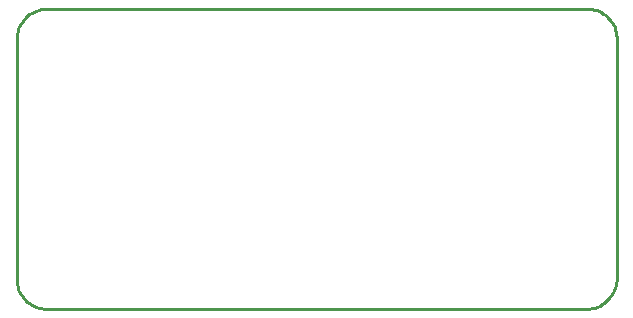
<source format=gbr>
G04 EAGLE Gerber RS-274X export*
G75*
%MOMM*%
%FSLAX34Y34*%
%LPD*%
%IN*%
%IPPOS*%
%AMOC8*
5,1,8,0,0,1.08239X$1,22.5*%
G01*
%ADD10C,0.254000*%


D10*
X0Y25400D02*
X97Y23186D01*
X386Y20989D01*
X865Y18826D01*
X1532Y16713D01*
X2380Y14666D01*
X3403Y12700D01*
X4594Y10831D01*
X5942Y9073D01*
X7440Y7440D01*
X9073Y5942D01*
X10831Y4594D01*
X12700Y3403D01*
X14666Y2380D01*
X16713Y1532D01*
X18826Y865D01*
X20989Y386D01*
X23186Y97D01*
X25400Y0D01*
X482600Y0D01*
X484867Y154D01*
X487111Y506D01*
X489317Y1051D01*
X491466Y1787D01*
X493543Y2708D01*
X495532Y3806D01*
X497418Y5073D01*
X499186Y6499D01*
X500824Y8075D01*
X502317Y9786D01*
X503656Y11622D01*
X504829Y13567D01*
X505829Y15608D01*
X506647Y17727D01*
X507277Y19910D01*
X507715Y22139D01*
X507956Y24398D01*
X508000Y26670D01*
X508000Y229870D01*
X507850Y232026D01*
X507514Y234161D01*
X506992Y236258D01*
X506289Y238302D01*
X505411Y240277D01*
X504365Y242167D01*
X503157Y243960D01*
X501798Y245640D01*
X500298Y247196D01*
X498667Y248614D01*
X496919Y249886D01*
X495068Y251000D01*
X493126Y251948D01*
X491108Y252724D01*
X489031Y253321D01*
X486910Y253734D01*
X484761Y253961D01*
X482600Y254000D01*
X25400Y254000D01*
X23186Y253903D01*
X20989Y253614D01*
X18826Y253135D01*
X16713Y252468D01*
X14666Y251620D01*
X12700Y250597D01*
X10831Y249406D01*
X9073Y248058D01*
X7440Y246561D01*
X5942Y244927D01*
X4594Y243169D01*
X3403Y241300D01*
X2380Y239335D01*
X1532Y237287D01*
X865Y235174D01*
X386Y233011D01*
X97Y230814D01*
X0Y228600D01*
X0Y25400D01*
M02*

</source>
